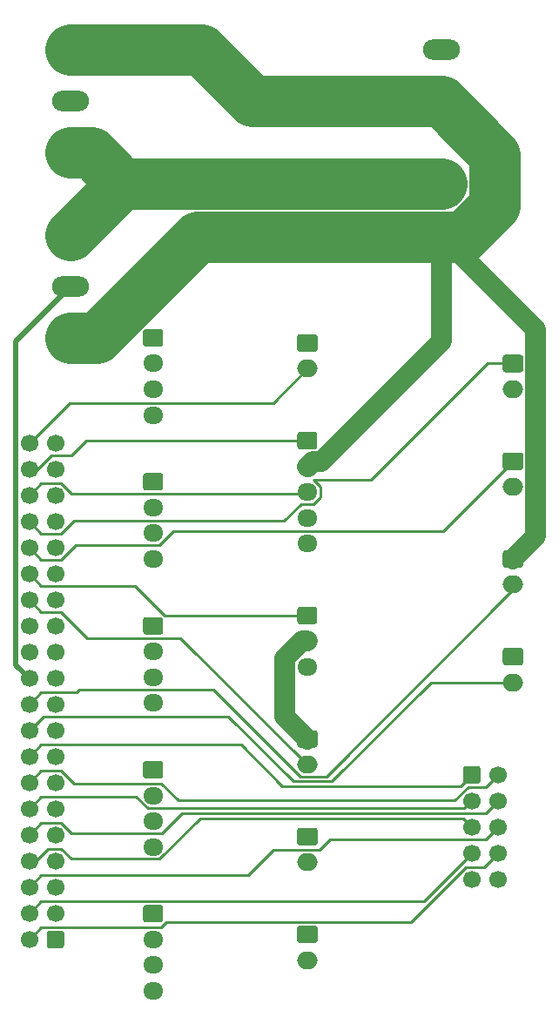
<source format=gbr>
%TF.GenerationSoftware,KiCad,Pcbnew,5.1.10*%
%TF.CreationDate,2021-07-02T09:56:20+02:00*%
%TF.ProjectId,breakout_boards,62726561-6b6f-4757-945f-626f61726473,rev?*%
%TF.SameCoordinates,Original*%
%TF.FileFunction,Copper,L2,Bot*%
%TF.FilePolarity,Positive*%
%FSLAX46Y46*%
G04 Gerber Fmt 4.6, Leading zero omitted, Abs format (unit mm)*
G04 Created by KiCad (PCBNEW 5.1.10) date 2021-07-02 09:56:20*
%MOMM*%
%LPD*%
G01*
G04 APERTURE LIST*
%TA.AperFunction,ComponentPad*%
%ADD10O,1.950000X1.700000*%
%TD*%
%TA.AperFunction,ComponentPad*%
%ADD11O,3.600000X2.000000*%
%TD*%
%TA.AperFunction,ComponentPad*%
%ADD12O,2.000000X1.700000*%
%TD*%
%TA.AperFunction,ComponentPad*%
%ADD13C,1.700000*%
%TD*%
%TA.AperFunction,Conductor*%
%ADD14C,5.000000*%
%TD*%
%TA.AperFunction,Conductor*%
%ADD15C,2.000000*%
%TD*%
%TA.AperFunction,Conductor*%
%ADD16C,0.250000*%
%TD*%
%TA.AperFunction,Conductor*%
%ADD17C,0.500000*%
%TD*%
G04 APERTURE END LIST*
D10*
%TO.P,J15,5*%
%TO.N,GND*%
X163000000Y-92000000D03*
%TO.P,J15,4*%
%TO.N,+5V*%
X163000000Y-89500000D03*
%TO.P,J15,3*%
%TO.N,BLT_PWM*%
X163000000Y-87000000D03*
%TO.P,J15,2*%
%TO.N,GND*%
X163000000Y-84500000D03*
%TO.P,J15,1*%
%TO.N,BLT_TRIGGER*%
%TA.AperFunction,ComponentPad*%
G36*
G01*
X162275000Y-81150000D02*
X163725000Y-81150000D01*
G75*
G02*
X163975000Y-81400000I0J-250000D01*
G01*
X163975000Y-82600000D01*
G75*
G02*
X163725000Y-82850000I-250000J0D01*
G01*
X162275000Y-82850000D01*
G75*
G02*
X162025000Y-82600000I0J250000D01*
G01*
X162025000Y-81400000D01*
G75*
G02*
X162275000Y-81150000I250000J0D01*
G01*
G37*
%TD.AperFunction*%
%TD*%
D11*
%TO.P,J18,3*%
%TO.N,+5V*%
X140000000Y-54000000D03*
%TO.P,J18,2*%
%TO.N,VCC*%
X140000000Y-49000000D03*
%TO.P,J18,1*%
%TO.N,GND*%
%TA.AperFunction,ComponentPad*%
G36*
G01*
X138450000Y-43000000D02*
X141550000Y-43000000D01*
G75*
G02*
X141800000Y-43250000I0J-250000D01*
G01*
X141800000Y-44750000D01*
G75*
G02*
X141550000Y-45000000I-250000J0D01*
G01*
X138450000Y-45000000D01*
G75*
G02*
X138200000Y-44750000I0J250000D01*
G01*
X138200000Y-43250000D01*
G75*
G02*
X138450000Y-43000000I250000J0D01*
G01*
G37*
%TD.AperFunction*%
%TD*%
%TO.P,J10,3*%
%TO.N,GND*%
X140000000Y-72000000D03*
%TO.P,J10,2*%
%TO.N,NeoPixel*%
X140000000Y-67000000D03*
%TO.P,J10,1*%
%TO.N,+5V*%
%TA.AperFunction,ComponentPad*%
G36*
G01*
X138450000Y-61000000D02*
X141550000Y-61000000D01*
G75*
G02*
X141800000Y-61250000I0J-250000D01*
G01*
X141800000Y-62750000D01*
G75*
G02*
X141550000Y-63000000I-250000J0D01*
G01*
X138450000Y-63000000D01*
G75*
G02*
X138200000Y-62750000I0J250000D01*
G01*
X138200000Y-61250000D01*
G75*
G02*
X138450000Y-61000000I250000J0D01*
G01*
G37*
%TD.AperFunction*%
%TD*%
%TO.P,J3,2*%
%TO.N,+5V*%
X176000000Y-57000000D03*
%TO.P,J3,1*%
%TO.N,GND*%
%TA.AperFunction,ComponentPad*%
G36*
G01*
X177550000Y-63000000D02*
X174450000Y-63000000D01*
G75*
G02*
X174200000Y-62750000I0J250000D01*
G01*
X174200000Y-61250000D01*
G75*
G02*
X174450000Y-61000000I250000J0D01*
G01*
X177550000Y-61000000D01*
G75*
G02*
X177800000Y-61250000I0J-250000D01*
G01*
X177800000Y-62750000D01*
G75*
G02*
X177550000Y-63000000I-250000J0D01*
G01*
G37*
%TD.AperFunction*%
%TD*%
%TO.P,J1,2*%
%TO.N,VCC*%
X176000000Y-44000000D03*
%TO.P,J1,1*%
%TO.N,GND*%
%TA.AperFunction,ComponentPad*%
G36*
G01*
X177550000Y-50000000D02*
X174450000Y-50000000D01*
G75*
G02*
X174200000Y-49750000I0J250000D01*
G01*
X174200000Y-48250000D01*
G75*
G02*
X174450000Y-48000000I250000J0D01*
G01*
X177550000Y-48000000D01*
G75*
G02*
X177800000Y-48250000I0J-250000D01*
G01*
X177800000Y-49750000D01*
G75*
G02*
X177550000Y-50000000I-250000J0D01*
G01*
G37*
%TD.AperFunction*%
%TD*%
D10*
%TO.P,J2,4*%
%TO.N,XM_4*%
X148000000Y-135500000D03*
%TO.P,J2,3*%
%TO.N,XM_3*%
X148000000Y-133000000D03*
%TO.P,J2,2*%
%TO.N,XM_2*%
X148000000Y-130500000D03*
%TO.P,J2,1*%
%TO.N,XM_1*%
%TA.AperFunction,ComponentPad*%
G36*
G01*
X147275000Y-127150000D02*
X148725000Y-127150000D01*
G75*
G02*
X148975000Y-127400000I0J-250000D01*
G01*
X148975000Y-128600000D01*
G75*
G02*
X148725000Y-128850000I-250000J0D01*
G01*
X147275000Y-128850000D01*
G75*
G02*
X147025000Y-128600000I0J250000D01*
G01*
X147025000Y-127400000D01*
G75*
G02*
X147275000Y-127150000I250000J0D01*
G01*
G37*
%TD.AperFunction*%
%TD*%
%TO.P,J6,4*%
%TO.N,YM_4*%
X148000000Y-121500000D03*
%TO.P,J6,3*%
%TO.N,YM_3*%
X148000000Y-119000000D03*
%TO.P,J6,2*%
%TO.N,YM_2*%
X148000000Y-116500000D03*
%TO.P,J6,1*%
%TO.N,YM_1*%
%TA.AperFunction,ComponentPad*%
G36*
G01*
X147275000Y-113150000D02*
X148725000Y-113150000D01*
G75*
G02*
X148975000Y-113400000I0J-250000D01*
G01*
X148975000Y-114600000D01*
G75*
G02*
X148725000Y-114850000I-250000J0D01*
G01*
X147275000Y-114850000D01*
G75*
G02*
X147025000Y-114600000I0J250000D01*
G01*
X147025000Y-113400000D01*
G75*
G02*
X147275000Y-113150000I250000J0D01*
G01*
G37*
%TD.AperFunction*%
%TD*%
%TO.P,J8,4*%
%TO.N,ZM1_4*%
X148000000Y-107500000D03*
%TO.P,J8,3*%
%TO.N,ZM1_3*%
X148000000Y-105000000D03*
%TO.P,J8,2*%
%TO.N,ZM1_2*%
X148000000Y-102500000D03*
%TO.P,J8,1*%
%TO.N,ZM1_1*%
%TA.AperFunction,ComponentPad*%
G36*
G01*
X147275000Y-99150000D02*
X148725000Y-99150000D01*
G75*
G02*
X148975000Y-99400000I0J-250000D01*
G01*
X148975000Y-100600000D01*
G75*
G02*
X148725000Y-100850000I-250000J0D01*
G01*
X147275000Y-100850000D01*
G75*
G02*
X147025000Y-100600000I0J250000D01*
G01*
X147025000Y-99400000D01*
G75*
G02*
X147275000Y-99150000I250000J0D01*
G01*
G37*
%TD.AperFunction*%
%TD*%
%TO.P,J19,4*%
%TO.N,ZM2_4*%
X148000000Y-93500000D03*
%TO.P,J19,3*%
%TO.N,ZM2_3*%
X148000000Y-91000000D03*
%TO.P,J19,2*%
%TO.N,ZM2_2*%
X148000000Y-88500000D03*
%TO.P,J19,1*%
%TO.N,ZM2_1*%
%TA.AperFunction,ComponentPad*%
G36*
G01*
X147275000Y-85150000D02*
X148725000Y-85150000D01*
G75*
G02*
X148975000Y-85400000I0J-250000D01*
G01*
X148975000Y-86600000D01*
G75*
G02*
X148725000Y-86850000I-250000J0D01*
G01*
X147275000Y-86850000D01*
G75*
G02*
X147025000Y-86600000I0J250000D01*
G01*
X147025000Y-85400000D01*
G75*
G02*
X147275000Y-85150000I250000J0D01*
G01*
G37*
%TD.AperFunction*%
%TD*%
%TO.P,J13,4*%
%TO.N,EM_4*%
X148000000Y-79500000D03*
%TO.P,J13,3*%
%TO.N,EM_3*%
X148000000Y-77000000D03*
%TO.P,J13,2*%
%TO.N,EM_2*%
X148000000Y-74500000D03*
%TO.P,J13,1*%
%TO.N,EM_1*%
%TA.AperFunction,ComponentPad*%
G36*
G01*
X147275000Y-71150000D02*
X148725000Y-71150000D01*
G75*
G02*
X148975000Y-71400000I0J-250000D01*
G01*
X148975000Y-72600000D01*
G75*
G02*
X148725000Y-72850000I-250000J0D01*
G01*
X147275000Y-72850000D01*
G75*
G02*
X147025000Y-72600000I0J250000D01*
G01*
X147025000Y-71400000D01*
G75*
G02*
X147275000Y-71150000I250000J0D01*
G01*
G37*
%TD.AperFunction*%
%TD*%
D12*
%TO.P,J5,2*%
%TO.N,FAN*%
X163000000Y-75000000D03*
%TO.P,J5,1*%
%TO.N,VCC*%
%TA.AperFunction,ComponentPad*%
G36*
G01*
X162250000Y-71650000D02*
X163750000Y-71650000D01*
G75*
G02*
X164000000Y-71900000I0J-250000D01*
G01*
X164000000Y-73100000D01*
G75*
G02*
X163750000Y-73350000I-250000J0D01*
G01*
X162250000Y-73350000D01*
G75*
G02*
X162000000Y-73100000I0J250000D01*
G01*
X162000000Y-71900000D01*
G75*
G02*
X162250000Y-71650000I250000J0D01*
G01*
G37*
%TD.AperFunction*%
%TD*%
D10*
%TO.P,J11,3*%
%TO.N,+5V*%
X163000000Y-104000000D03*
%TO.P,J11,2*%
%TO.N,GND*%
X163000000Y-101500000D03*
%TO.P,J11,1*%
%TO.N,E0-STOP*%
%TA.AperFunction,ComponentPad*%
G36*
G01*
X162275000Y-98150000D02*
X163725000Y-98150000D01*
G75*
G02*
X163975000Y-98400000I0J-250000D01*
G01*
X163975000Y-99600000D01*
G75*
G02*
X163725000Y-99850000I-250000J0D01*
G01*
X162275000Y-99850000D01*
G75*
G02*
X162025000Y-99600000I0J250000D01*
G01*
X162025000Y-98400000D01*
G75*
G02*
X162275000Y-98150000I250000J0D01*
G01*
G37*
%TD.AperFunction*%
%TD*%
D12*
%TO.P,J12,2*%
%TO.N,Z-STOP*%
X163000000Y-113500000D03*
%TO.P,J12,1*%
%TO.N,GND*%
%TA.AperFunction,ComponentPad*%
G36*
G01*
X162250000Y-110150000D02*
X163750000Y-110150000D01*
G75*
G02*
X164000000Y-110400000I0J-250000D01*
G01*
X164000000Y-111600000D01*
G75*
G02*
X163750000Y-111850000I-250000J0D01*
G01*
X162250000Y-111850000D01*
G75*
G02*
X162000000Y-111600000I0J250000D01*
G01*
X162000000Y-110400000D01*
G75*
G02*
X162250000Y-110150000I250000J0D01*
G01*
G37*
%TD.AperFunction*%
%TD*%
%TO.P,J7,2*%
%TO.N,X-STOP*%
X163000000Y-132500000D03*
%TO.P,J7,1*%
%TO.N,GND*%
%TA.AperFunction,ComponentPad*%
G36*
G01*
X162250000Y-129150000D02*
X163750000Y-129150000D01*
G75*
G02*
X164000000Y-129400000I0J-250000D01*
G01*
X164000000Y-130600000D01*
G75*
G02*
X163750000Y-130850000I-250000J0D01*
G01*
X162250000Y-130850000D01*
G75*
G02*
X162000000Y-130600000I0J250000D01*
G01*
X162000000Y-129400000D01*
G75*
G02*
X162250000Y-129150000I250000J0D01*
G01*
G37*
%TD.AperFunction*%
%TD*%
%TO.P,J9,2*%
%TO.N,Y-STOP*%
X163000000Y-123000000D03*
%TO.P,J9,1*%
%TO.N,GND*%
%TA.AperFunction,ComponentPad*%
G36*
G01*
X162250000Y-119650000D02*
X163750000Y-119650000D01*
G75*
G02*
X164000000Y-119900000I0J-250000D01*
G01*
X164000000Y-121100000D01*
G75*
G02*
X163750000Y-121350000I-250000J0D01*
G01*
X162250000Y-121350000D01*
G75*
G02*
X162000000Y-121100000I0J250000D01*
G01*
X162000000Y-119900000D01*
G75*
G02*
X162250000Y-119650000I250000J0D01*
G01*
G37*
%TD.AperFunction*%
%TD*%
D13*
%TO.P,J4,10*%
%TO.N,+5V*%
X181540000Y-124660000D03*
%TO.P,J4,8*%
%TO.N,EXP8*%
X181540000Y-122120000D03*
%TO.P,J4,6*%
%TO.N,EXP6*%
X181540000Y-119580000D03*
%TO.P,J4,4*%
%TO.N,EXP4*%
X181540000Y-117040000D03*
%TO.P,J4,2*%
%TO.N,EXP2*%
X181540000Y-114500000D03*
%TO.P,J4,9*%
%TO.N,GND*%
X179000000Y-124660000D03*
%TO.P,J4,7*%
%TO.N,EXP7*%
X179000000Y-122120000D03*
%TO.P,J4,5*%
%TO.N,EXP5*%
X179000000Y-119580000D03*
%TO.P,J4,3*%
%TO.N,EXP3*%
X179000000Y-117040000D03*
%TO.P,J4,1*%
%TO.N,EXP1*%
%TA.AperFunction,ComponentPad*%
G36*
G01*
X178150000Y-115100000D02*
X178150000Y-113900000D01*
G75*
G02*
X178400000Y-113650000I250000J0D01*
G01*
X179600000Y-113650000D01*
G75*
G02*
X179850000Y-113900000I0J-250000D01*
G01*
X179850000Y-115100000D01*
G75*
G02*
X179600000Y-115350000I-250000J0D01*
G01*
X178400000Y-115350000D01*
G75*
G02*
X178150000Y-115100000I0J250000D01*
G01*
G37*
%TD.AperFunction*%
%TD*%
D12*
%TO.P,J20,2*%
%TO.N,VCC*%
X183000000Y-86500000D03*
%TO.P,J20,1*%
%TO.N,BED*%
%TA.AperFunction,ComponentPad*%
G36*
G01*
X182250000Y-83150000D02*
X183750000Y-83150000D01*
G75*
G02*
X184000000Y-83400000I0J-250000D01*
G01*
X184000000Y-84600000D01*
G75*
G02*
X183750000Y-84850000I-250000J0D01*
G01*
X182250000Y-84850000D01*
G75*
G02*
X182000000Y-84600000I0J250000D01*
G01*
X182000000Y-83400000D01*
G75*
G02*
X182250000Y-83150000I250000J0D01*
G01*
G37*
%TD.AperFunction*%
%TD*%
%TO.P,J21,2*%
%TO.N,VCC*%
X183000000Y-77000000D03*
%TO.P,J21,1*%
%TO.N,HEO*%
%TA.AperFunction,ComponentPad*%
G36*
G01*
X182250000Y-73650000D02*
X183750000Y-73650000D01*
G75*
G02*
X184000000Y-73900000I0J-250000D01*
G01*
X184000000Y-75100000D01*
G75*
G02*
X183750000Y-75350000I-250000J0D01*
G01*
X182250000Y-75350000D01*
G75*
G02*
X182000000Y-75100000I0J250000D01*
G01*
X182000000Y-73900000D01*
G75*
G02*
X182250000Y-73650000I250000J0D01*
G01*
G37*
%TD.AperFunction*%
%TD*%
%TO.P,J14,2*%
%TO.N,THO*%
X183000000Y-96000000D03*
%TO.P,J14,1*%
%TO.N,GND*%
%TA.AperFunction,ComponentPad*%
G36*
G01*
X182250000Y-92650000D02*
X183750000Y-92650000D01*
G75*
G02*
X184000000Y-92900000I0J-250000D01*
G01*
X184000000Y-94100000D01*
G75*
G02*
X183750000Y-94350000I-250000J0D01*
G01*
X182250000Y-94350000D01*
G75*
G02*
X182000000Y-94100000I0J250000D01*
G01*
X182000000Y-92900000D01*
G75*
G02*
X182250000Y-92650000I250000J0D01*
G01*
G37*
%TD.AperFunction*%
%TD*%
%TO.P,J16,2*%
%TO.N,THB*%
X183000000Y-105500000D03*
%TO.P,J16,1*%
%TO.N,GND*%
%TA.AperFunction,ComponentPad*%
G36*
G01*
X182250000Y-102150000D02*
X183750000Y-102150000D01*
G75*
G02*
X184000000Y-102400000I0J-250000D01*
G01*
X184000000Y-103600000D01*
G75*
G02*
X183750000Y-103850000I-250000J0D01*
G01*
X182250000Y-103850000D01*
G75*
G02*
X182000000Y-103600000I0J250000D01*
G01*
X182000000Y-102400000D01*
G75*
G02*
X182250000Y-102150000I250000J0D01*
G01*
G37*
%TD.AperFunction*%
%TD*%
D13*
%TO.P,J17,40*%
%TO.N,FAN*%
X135960000Y-82240000D03*
%TO.P,J17,38*%
%TO.N,BLT_TRIGGER*%
X135960000Y-84780000D03*
%TO.P,J17,36*%
%TO.N,BLT_PWM*%
X135960000Y-87320000D03*
%TO.P,J17,34*%
%TO.N,HEO*%
X135960000Y-89860000D03*
%TO.P,J17,32*%
%TO.N,BED*%
X135960000Y-92400000D03*
%TO.P,J17,30*%
%TO.N,E0-STOP*%
X135960000Y-94940000D03*
%TO.P,J17,28*%
%TO.N,Z-STOP*%
X135960000Y-97480000D03*
%TO.P,J17,26*%
%TO.N,Y-STOP*%
X135960000Y-100020000D03*
%TO.P,J17,24*%
%TO.N,X-STOP*%
X135960000Y-102560000D03*
%TO.P,J17,22*%
%TO.N,NeoPixel*%
X135960000Y-105100000D03*
%TO.P,J17,20*%
%TO.N,THO*%
X135960000Y-107640000D03*
%TO.P,J17,18*%
%TO.N,THB*%
X135960000Y-110180000D03*
%TO.P,J17,16*%
%TO.N,EXP1*%
X135960000Y-112720000D03*
%TO.P,J17,14*%
%TO.N,EXP2*%
X135960000Y-115260000D03*
%TO.P,J17,12*%
%TO.N,EXP3*%
X135960000Y-117800000D03*
%TO.P,J17,10*%
%TO.N,EXP4*%
X135960000Y-120340000D03*
%TO.P,J17,8*%
%TO.N,EXP5*%
X135960000Y-122880000D03*
%TO.P,J17,6*%
%TO.N,EXP6*%
X135960000Y-125420000D03*
%TO.P,J17,4*%
%TO.N,EXP7*%
X135960000Y-127960000D03*
%TO.P,J17,2*%
%TO.N,EXP8*%
X135960000Y-130500000D03*
%TO.P,J17,39*%
%TO.N,EM_1*%
X138500000Y-82240000D03*
%TO.P,J17,37*%
%TO.N,EM_2*%
X138500000Y-84780000D03*
%TO.P,J17,35*%
%TO.N,EM_3*%
X138500000Y-87320000D03*
%TO.P,J17,33*%
%TO.N,EM_4*%
X138500000Y-89860000D03*
%TO.P,J17,31*%
%TO.N,ZM2_1*%
X138500000Y-92400000D03*
%TO.P,J17,29*%
%TO.N,ZM2_2*%
X138500000Y-94940000D03*
%TO.P,J17,27*%
%TO.N,ZM2_3*%
X138500000Y-97480000D03*
%TO.P,J17,25*%
%TO.N,ZM2_4*%
X138500000Y-100020000D03*
%TO.P,J17,23*%
%TO.N,ZM1_1*%
X138500000Y-102560000D03*
%TO.P,J17,21*%
%TO.N,ZM1_2*%
X138500000Y-105100000D03*
%TO.P,J17,19*%
%TO.N,ZM1_3*%
X138500000Y-107640000D03*
%TO.P,J17,17*%
%TO.N,ZM1_4*%
X138500000Y-110180000D03*
%TO.P,J17,15*%
%TO.N,YM_1*%
X138500000Y-112720000D03*
%TO.P,J17,13*%
%TO.N,YM_2*%
X138500000Y-115260000D03*
%TO.P,J17,11*%
%TO.N,YM_3*%
X138500000Y-117800000D03*
%TO.P,J17,9*%
%TO.N,YM_4*%
X138500000Y-120340000D03*
%TO.P,J17,7*%
%TO.N,XM_1*%
X138500000Y-122880000D03*
%TO.P,J17,5*%
%TO.N,XM_2*%
X138500000Y-125420000D03*
%TO.P,J17,3*%
%TO.N,XM_3*%
X138500000Y-127960000D03*
%TO.P,J17,1*%
%TO.N,XM_4*%
%TA.AperFunction,ComponentPad*%
G36*
G01*
X139350000Y-129900000D02*
X139350000Y-131100000D01*
G75*
G02*
X139100000Y-131350000I-250000J0D01*
G01*
X137900000Y-131350000D01*
G75*
G02*
X137650000Y-131100000I0J250000D01*
G01*
X137650000Y-129900000D01*
G75*
G02*
X137900000Y-129650000I250000J0D01*
G01*
X139100000Y-129650000D01*
G75*
G02*
X139350000Y-129900000I0J-250000D01*
G01*
G37*
%TD.AperFunction*%
%TD*%
D14*
%TO.N,GND*%
X157635998Y-49000000D02*
X176000000Y-49000000D01*
X152635998Y-44000000D02*
X157635998Y-49000000D01*
X140000000Y-44000000D02*
X152635998Y-44000000D01*
X181200010Y-54200010D02*
X176000000Y-49000000D01*
X181200010Y-59153914D02*
X181200010Y-54200010D01*
X178153914Y-62200010D02*
X181200010Y-59153914D01*
X142503054Y-72000000D02*
X152303044Y-62200010D01*
X152303044Y-62200010D02*
X178153914Y-62200010D01*
X140000000Y-72000000D02*
X142503054Y-72000000D01*
D15*
X160824990Y-108824990D02*
X163000000Y-111000000D01*
X160824990Y-103150859D02*
X160824990Y-108824990D01*
X162475849Y-101500000D02*
X160824990Y-103150859D01*
X163000000Y-101500000D02*
X162475849Y-101500000D01*
X164325616Y-84050010D02*
X176000000Y-72375626D01*
X163512838Y-84050010D02*
X164325616Y-84050010D01*
X163062848Y-84500000D02*
X163512838Y-84050010D01*
X176000000Y-72375626D02*
X176000000Y-62000000D01*
X163000000Y-84500000D02*
X163062848Y-84500000D01*
X185200010Y-71200010D02*
X176000000Y-62000000D01*
X185200010Y-91299990D02*
X185200010Y-71200010D01*
X183000000Y-93500000D02*
X185200010Y-91299990D01*
D14*
%TO.N,+5V*%
X145000000Y-57000000D02*
X176000000Y-57000000D01*
X140000000Y-62000000D02*
X145000000Y-57000000D01*
X142000000Y-54000000D02*
X145000000Y-57000000D01*
X140000000Y-54000000D02*
X142000000Y-54000000D01*
D16*
%TO.N,EXP8*%
X148813200Y-129324990D02*
X137135010Y-129324990D01*
X149313200Y-128824990D02*
X148813200Y-129324990D01*
X173096008Y-128824990D02*
X149313200Y-128824990D01*
X137135010Y-129324990D02*
X135960000Y-130500000D01*
X178435999Y-123484999D02*
X173096008Y-128824990D01*
X180175001Y-123484999D02*
X178435999Y-123484999D01*
X181540000Y-122120000D02*
X180175001Y-123484999D01*
%TO.N,EXP7*%
X137135001Y-126784999D02*
X135960000Y-127960000D01*
X174335001Y-126784999D02*
X137135001Y-126784999D01*
X179000000Y-122120000D02*
X174335001Y-126784999D01*
%TO.N,EXP6*%
X137135001Y-124244999D02*
X135960000Y-125420000D01*
X157255001Y-124244999D02*
X137135001Y-124244999D01*
X164175010Y-121824990D02*
X159675010Y-121824990D01*
X165244999Y-120755001D02*
X164175010Y-121824990D01*
X159675010Y-121824990D02*
X157255001Y-124244999D01*
X180364999Y-120755001D02*
X165244999Y-120755001D01*
X181540000Y-119580000D02*
X180364999Y-120755001D01*
%TO.N,EXP5*%
X137795001Y-121704999D02*
X136620000Y-122880000D01*
X140034012Y-122675010D02*
X139064001Y-121704999D01*
X148611705Y-122675010D02*
X140034012Y-122675010D01*
X152556714Y-118730001D02*
X148611705Y-122675010D01*
X178150001Y-118730001D02*
X152556714Y-118730001D01*
X136620000Y-122880000D02*
X135960000Y-122880000D01*
X139064001Y-121704999D02*
X137795001Y-121704999D01*
X179000000Y-119580000D02*
X178150001Y-118730001D01*
%TO.N,EXP4*%
X180364999Y-118215001D02*
X150784999Y-118215001D01*
X181540000Y-117040000D02*
X180364999Y-118215001D01*
X137135001Y-119164999D02*
X135960000Y-120340000D01*
X139064001Y-119164999D02*
X137135001Y-119164999D01*
X140074012Y-120175010D02*
X139064001Y-119164999D01*
X148824990Y-120175010D02*
X140074012Y-120175010D01*
X150784999Y-118215001D02*
X148824990Y-120175010D01*
%TO.N,EXP3*%
X178275009Y-117764991D02*
X179000000Y-117040000D01*
X147478276Y-117764991D02*
X178275009Y-117764991D01*
X146338284Y-116624999D02*
X147478276Y-117764991D01*
X137135001Y-116624999D02*
X146338284Y-116624999D01*
X135960000Y-117800000D02*
X137135001Y-116624999D01*
%TO.N,EXP2*%
X178625988Y-115675010D02*
X180364990Y-115675010D01*
X180364990Y-115675010D02*
X181540000Y-114500000D01*
X177300998Y-117000000D02*
X178625988Y-115675010D01*
X150488210Y-117000000D02*
X177300998Y-117000000D01*
X139064001Y-114084999D02*
X140303992Y-115324990D01*
X140303992Y-115324990D02*
X148813200Y-115324990D01*
X137135001Y-114084999D02*
X139064001Y-114084999D01*
X148813200Y-115324990D02*
X150488210Y-117000000D01*
X135960000Y-115260000D02*
X137135001Y-114084999D01*
%TO.N,EXP1*%
X178500000Y-115000000D02*
X179000000Y-114500000D01*
X177924970Y-115575030D02*
X160575030Y-115575030D01*
X179000000Y-114500000D02*
X177924970Y-115575030D01*
X137135001Y-111544999D02*
X135960000Y-112720000D01*
X156544999Y-111544999D02*
X137135001Y-111544999D01*
X160575030Y-115575030D02*
X156544999Y-111544999D01*
%TO.N,FAN*%
X139875010Y-78324990D02*
X135960000Y-82240000D01*
X159675010Y-78324990D02*
X139875010Y-78324990D01*
X163000000Y-75000000D02*
X159675010Y-78324990D01*
D17*
%TO.N,NeoPixel*%
X134659999Y-72340001D02*
X140000000Y-67000000D01*
X134659999Y-103799999D02*
X134659999Y-72340001D01*
X135960000Y-105100000D02*
X134659999Y-103799999D01*
D16*
%TO.N,E0-STOP*%
X137135001Y-96115001D02*
X135960000Y-94940000D01*
X146253191Y-96115001D02*
X137135001Y-96115001D01*
X149138190Y-99000000D02*
X146253191Y-96115001D01*
X163000000Y-99000000D02*
X149138190Y-99000000D01*
%TO.N,Z-STOP*%
X137135001Y-98655001D02*
X135960000Y-97480000D01*
X139064001Y-98655001D02*
X137135001Y-98655001D01*
X141584010Y-101175010D02*
X139064001Y-98655001D01*
X150675010Y-101175010D02*
X141584010Y-101175010D01*
X163000000Y-113500000D02*
X150675010Y-101175010D01*
%TO.N,THO*%
X140824990Y-106175010D02*
X140535001Y-106464999D01*
X137135001Y-106464999D02*
X135960000Y-107640000D01*
X162363295Y-114675010D02*
X153863295Y-106175010D01*
X164824990Y-114675010D02*
X162363295Y-114675010D01*
X183000000Y-96500000D02*
X164824990Y-114675010D01*
X140535001Y-106464999D02*
X137135001Y-106464999D01*
X153863295Y-106175010D02*
X140824990Y-106175010D01*
X183000000Y-96000000D02*
X183000000Y-96500000D01*
%TO.N,BLT_PWM*%
X137135001Y-86144999D02*
X135960000Y-87320000D01*
X139064001Y-86144999D02*
X137135001Y-86144999D01*
X140094012Y-87175010D02*
X139064001Y-86144999D01*
X162824990Y-87175010D02*
X140094012Y-87175010D01*
X163000000Y-87000000D02*
X162824990Y-87175010D01*
%TO.N,BLT_TRIGGER*%
X138125997Y-83415001D02*
X140084999Y-83415001D01*
X136760998Y-84780000D02*
X138125997Y-83415001D01*
X135960000Y-84780000D02*
X136760998Y-84780000D01*
X141500000Y-82000000D02*
X163000000Y-82000000D01*
X140084999Y-83415001D02*
X141500000Y-82000000D01*
%TO.N,THB*%
X137324999Y-108815001D02*
X155315001Y-108815001D01*
X135960000Y-110180000D02*
X137324999Y-108815001D01*
X161625020Y-115125020D02*
X165374980Y-115125020D01*
X155315001Y-108815001D02*
X161625020Y-115125020D01*
X175000000Y-105500000D02*
X183000000Y-105500000D01*
X165374980Y-115125020D02*
X175000000Y-105500000D01*
%TO.N,HEO*%
X183000000Y-74500000D02*
X180500000Y-74500000D01*
X137135001Y-91035001D02*
X135960000Y-89860000D01*
X139064001Y-91035001D02*
X137135001Y-91035001D01*
X160738315Y-89824990D02*
X140274012Y-89824990D01*
X162388295Y-88175010D02*
X160738315Y-89824990D01*
X140274012Y-89824990D02*
X139064001Y-91035001D01*
X163611705Y-88175010D02*
X162388295Y-88175010D01*
X164300010Y-87486705D02*
X163611705Y-88175010D01*
X164300010Y-86513295D02*
X164300010Y-87486705D01*
X163611705Y-85824990D02*
X164300010Y-86513295D01*
X169175010Y-85824990D02*
X163611705Y-85824990D01*
X180500000Y-74500000D02*
X169175010Y-85824990D01*
%TO.N,BED*%
X137135001Y-93575001D02*
X135960000Y-92400000D01*
X139064001Y-93575001D02*
X137135001Y-93575001D01*
X140463992Y-92175010D02*
X139064001Y-93575001D01*
X148611705Y-92175010D02*
X140463992Y-92175010D01*
X149961725Y-90824990D02*
X148611705Y-92175010D01*
X176175010Y-90824990D02*
X149961725Y-90824990D01*
X183000000Y-84000000D02*
X176175010Y-90824990D01*
%TD*%
M02*

</source>
